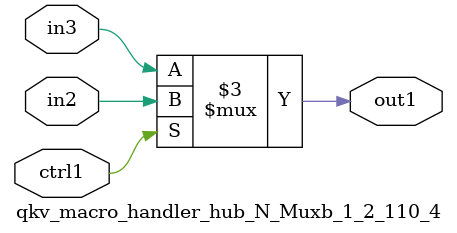
<source format=v>

`timescale 1ps / 1ps


module qkv_macro_handler_hub_N_Muxb_1_2_110_4( in3, in2, ctrl1, out1 );

    input in3;
    input in2;
    input ctrl1;
    output out1;
    reg out1;

    
    // rtl_process:qkv_macro_handler_hub_N_Muxb_1_2_110_4/qkv_macro_handler_hub_N_Muxb_1_2_110_4_thread_1
    always @*
      begin : qkv_macro_handler_hub_N_Muxb_1_2_110_4_thread_1
        case (ctrl1) 
          1'b1: 
            begin
              out1 = in2;
            end
          default: 
            begin
              out1 = in3;
            end
        endcase
      end

endmodule



</source>
